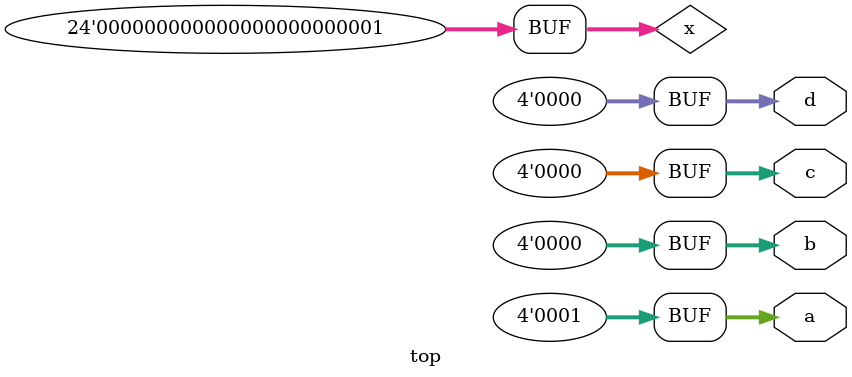
<source format=sv>
/* Generated by Synlig (git sha1 a32431150, g++ 12.2.0-14 -fPIC -O3) */

(* keep =  1  *)
(* top =  1  *)
(* src = "/root/synlig/synlig/tests/simple_tests/LogicPackedArray/top.sv:1.1-22.10" *)
module top(a, b, c, d);
  (* src = "/root/synlig/synlig/tests/simple_tests/LogicPackedArray/top.sv:1.30-1.31" *)
  output [3:0] a;
  wire [3:0] a;
  (* src = "/root/synlig/synlig/tests/simple_tests/LogicPackedArray/top.sv:1.33-1.34" *)
  output [3:0] b;
  wire [3:0] b;
  (* src = "/root/synlig/synlig/tests/simple_tests/LogicPackedArray/top.sv:1.36-1.37" *)
  output [3:0] c;
  wire [3:0] c;
  (* src = "/root/synlig/synlig/tests/simple_tests/LogicPackedArray/top.sv:1.39-1.40" *)
  output [3:0] d;
  wire [3:0] d;
  (* src = "/root/synlig/synlig/tests/simple_tests/LogicPackedArray/top.sv:2.26-9.5" *)
  wire [23:0] x;
  always @*
    if (1'h1) begin
      assert (1'h0);
    end
  always @*
    if (1'h1) begin
      assert (1'h0);
    end
  always @*
    if (1'h1) begin
      assert (1'h0);
    end
  always @*
    if (1'h1) begin
      assert (1'h0);
    end
  assign a = 4'h1;
  assign b = 4'h0;
  assign c = 4'h0;
  assign d = 4'h0;
  assign x = 24'h000001;
endmodule

</source>
